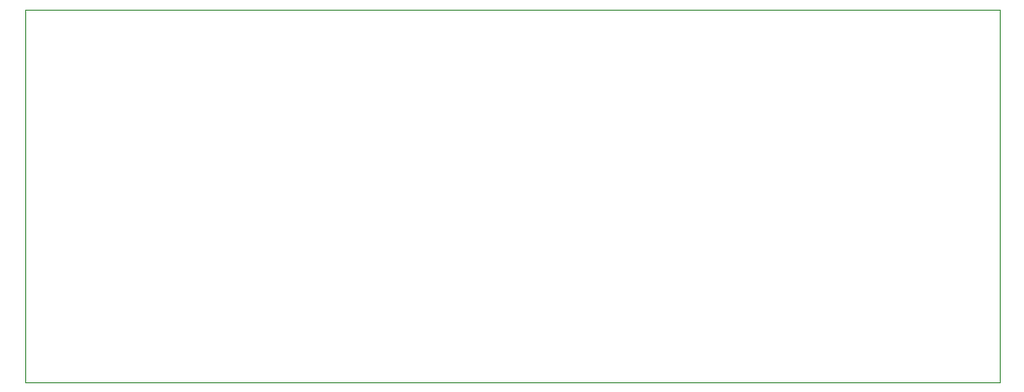
<source format=gm1>
G04 #@! TF.FileFunction,Profile,NP*
%FSLAX46Y46*%
G04 Gerber Fmt 4.6, Leading zero omitted, Abs format (unit mm)*
G04 Created by KiCad (PCBNEW 4.0.5) date Thursday, March 02, 2017 'AMt' 11:59:14 AM*
%MOMM*%
%LPD*%
G01*
G04 APERTURE LIST*
%ADD10C,0.100000*%
G04 APERTURE END LIST*
D10*
X100007200Y-100000800D02*
X100037200Y-100000800D01*
X100007200Y-132490800D02*
X100007200Y-100000800D01*
X185007200Y-132490800D02*
X100007200Y-132490800D01*
X185007200Y-100020800D02*
X185007200Y-132490800D01*
X100057200Y-100020800D02*
X185007200Y-100020800D01*
M02*

</source>
